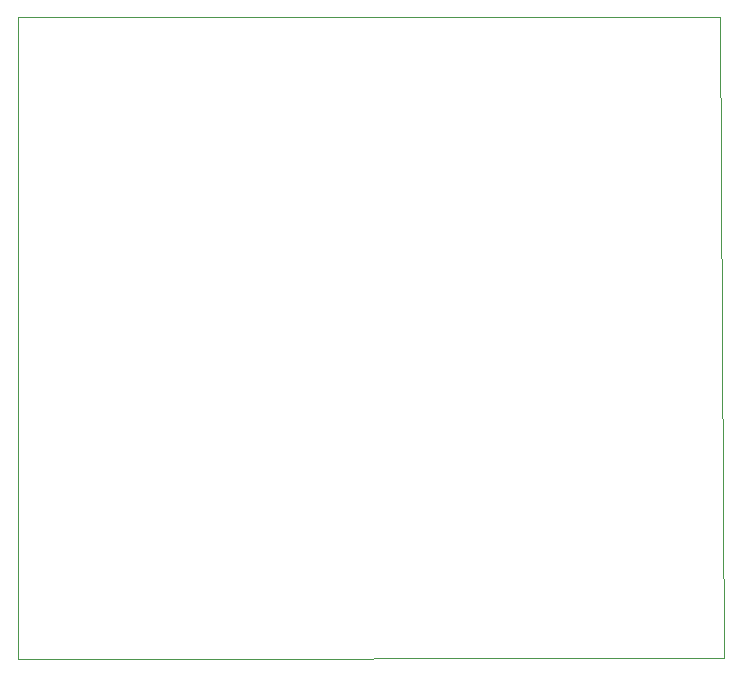
<source format=gbr>
G04 #@! TF.GenerationSoftware,KiCad,Pcbnew,(5.1.0)-1*
G04 #@! TF.CreationDate,2020-05-22T07:58:56-04:00*
G04 #@! TF.ProjectId,SiPMV4-30050,5369504d-5634-42d3-9330-3035302e6b69,rev?*
G04 #@! TF.SameCoordinates,Original*
G04 #@! TF.FileFunction,Profile,NP*
%FSLAX46Y46*%
G04 Gerber Fmt 4.6, Leading zero omitted, Abs format (unit mm)*
G04 Created by KiCad (PCBNEW (5.1.0)-1) date 2020-05-22 07:58:56*
%MOMM*%
%LPD*%
G04 APERTURE LIST*
%ADD10C,0.050000*%
G04 APERTURE END LIST*
D10*
X134005320Y-69288660D02*
X134000000Y-15000000D01*
X193756280Y-69263260D02*
X134005320Y-69288660D01*
X193471800Y-14935200D02*
X193756280Y-69265800D01*
X134000000Y-15000000D02*
X193471800Y-14935200D01*
M02*

</source>
